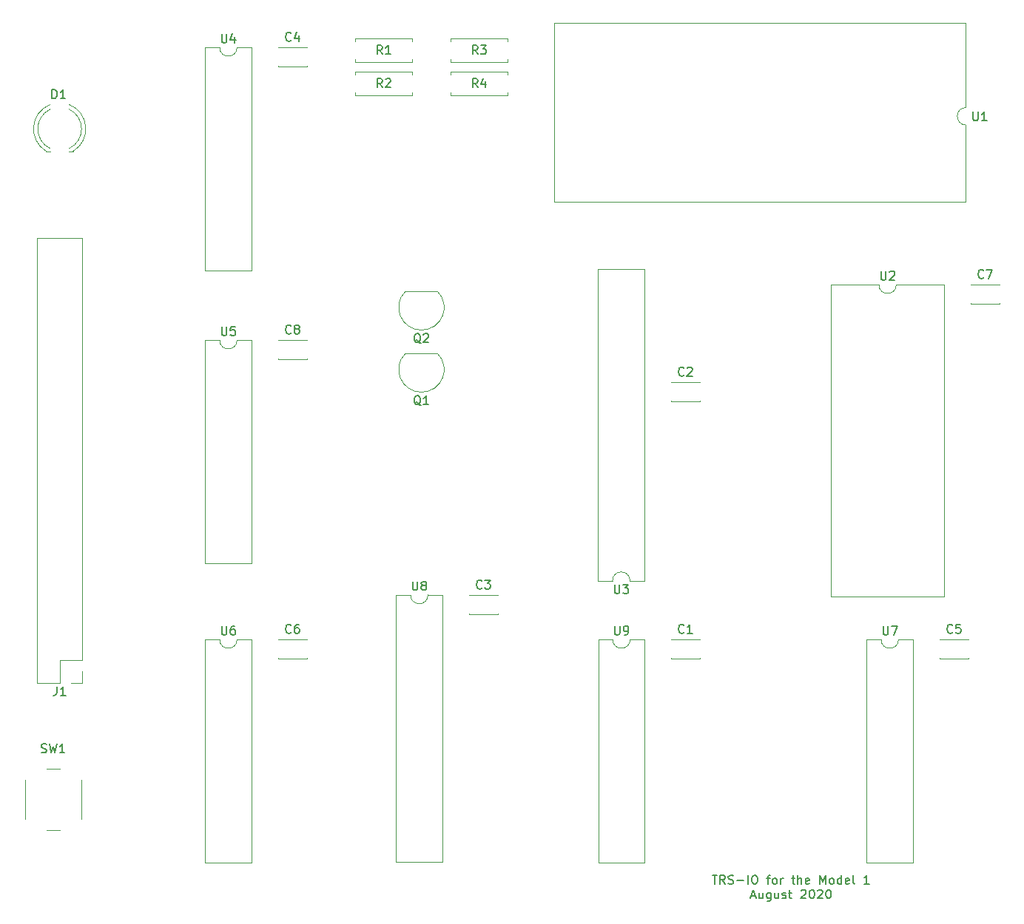
<source format=gbr>
%TF.GenerationSoftware,KiCad,Pcbnew,(5.1.6)-1*%
%TF.CreationDate,2020-08-02T22:15:59-07:00*%
%TF.ProjectId,TRS-IO-M1,5452532d-494f-42d4-9d31-2e6b69636164,rev?*%
%TF.SameCoordinates,Original*%
%TF.FileFunction,Legend,Top*%
%TF.FilePolarity,Positive*%
%FSLAX46Y46*%
G04 Gerber Fmt 4.6, Leading zero omitted, Abs format (unit mm)*
G04 Created by KiCad (PCBNEW (5.1.6)-1) date 2020-08-02 22:15:59*
%MOMM*%
%LPD*%
G01*
G04 APERTURE LIST*
%ADD10C,0.150000*%
%ADD11C,0.120000*%
G04 APERTURE END LIST*
D10*
X116071190Y-71652380D02*
X116642619Y-71652380D01*
X116356904Y-72652380D02*
X116356904Y-71652380D01*
X117547380Y-72652380D02*
X117214047Y-72176190D01*
X116975952Y-72652380D02*
X116975952Y-71652380D01*
X117356904Y-71652380D01*
X117452142Y-71700000D01*
X117499761Y-71747619D01*
X117547380Y-71842857D01*
X117547380Y-71985714D01*
X117499761Y-72080952D01*
X117452142Y-72128571D01*
X117356904Y-72176190D01*
X116975952Y-72176190D01*
X117928333Y-72604761D02*
X118071190Y-72652380D01*
X118309285Y-72652380D01*
X118404523Y-72604761D01*
X118452142Y-72557142D01*
X118499761Y-72461904D01*
X118499761Y-72366666D01*
X118452142Y-72271428D01*
X118404523Y-72223809D01*
X118309285Y-72176190D01*
X118118809Y-72128571D01*
X118023571Y-72080952D01*
X117975952Y-72033333D01*
X117928333Y-71938095D01*
X117928333Y-71842857D01*
X117975952Y-71747619D01*
X118023571Y-71700000D01*
X118118809Y-71652380D01*
X118356904Y-71652380D01*
X118499761Y-71700000D01*
X118928333Y-72271428D02*
X119690238Y-72271428D01*
X120166428Y-72652380D02*
X120166428Y-71652380D01*
X120833095Y-71652380D02*
X121023571Y-71652380D01*
X121118809Y-71700000D01*
X121214047Y-71795238D01*
X121261666Y-71985714D01*
X121261666Y-72319047D01*
X121214047Y-72509523D01*
X121118809Y-72604761D01*
X121023571Y-72652380D01*
X120833095Y-72652380D01*
X120737857Y-72604761D01*
X120642619Y-72509523D01*
X120594999Y-72319047D01*
X120594999Y-71985714D01*
X120642619Y-71795238D01*
X120737857Y-71700000D01*
X120833095Y-71652380D01*
X122309285Y-71985714D02*
X122690238Y-71985714D01*
X122452142Y-72652380D02*
X122452142Y-71795238D01*
X122499761Y-71700000D01*
X122594999Y-71652380D01*
X122690238Y-71652380D01*
X123166428Y-72652380D02*
X123071190Y-72604761D01*
X123023571Y-72557142D01*
X122975952Y-72461904D01*
X122975952Y-72176190D01*
X123023571Y-72080952D01*
X123071190Y-72033333D01*
X123166428Y-71985714D01*
X123309285Y-71985714D01*
X123404523Y-72033333D01*
X123452142Y-72080952D01*
X123499761Y-72176190D01*
X123499761Y-72461904D01*
X123452142Y-72557142D01*
X123404523Y-72604761D01*
X123309285Y-72652380D01*
X123166428Y-72652380D01*
X123928333Y-72652380D02*
X123928333Y-71985714D01*
X123928333Y-72176190D02*
X123975952Y-72080952D01*
X124023571Y-72033333D01*
X124118809Y-71985714D01*
X124214047Y-71985714D01*
X125166428Y-71985714D02*
X125547380Y-71985714D01*
X125309285Y-71652380D02*
X125309285Y-72509523D01*
X125356904Y-72604761D01*
X125452142Y-72652380D01*
X125547380Y-72652380D01*
X125880714Y-72652380D02*
X125880714Y-71652380D01*
X126309285Y-72652380D02*
X126309285Y-72128571D01*
X126261666Y-72033333D01*
X126166428Y-71985714D01*
X126023571Y-71985714D01*
X125928333Y-72033333D01*
X125880714Y-72080952D01*
X127166428Y-72604761D02*
X127071190Y-72652380D01*
X126880714Y-72652380D01*
X126785476Y-72604761D01*
X126737857Y-72509523D01*
X126737857Y-72128571D01*
X126785476Y-72033333D01*
X126880714Y-71985714D01*
X127071190Y-71985714D01*
X127166428Y-72033333D01*
X127214047Y-72128571D01*
X127214047Y-72223809D01*
X126737857Y-72319047D01*
X128404523Y-72652380D02*
X128404523Y-71652380D01*
X128737857Y-72366666D01*
X129071190Y-71652380D01*
X129071190Y-72652380D01*
X129690238Y-72652380D02*
X129594999Y-72604761D01*
X129547380Y-72557142D01*
X129499761Y-72461904D01*
X129499761Y-72176190D01*
X129547380Y-72080952D01*
X129594999Y-72033333D01*
X129690238Y-71985714D01*
X129833095Y-71985714D01*
X129928333Y-72033333D01*
X129975952Y-72080952D01*
X130023571Y-72176190D01*
X130023571Y-72461904D01*
X129975952Y-72557142D01*
X129928333Y-72604761D01*
X129833095Y-72652380D01*
X129690238Y-72652380D01*
X130880714Y-72652380D02*
X130880714Y-71652380D01*
X130880714Y-72604761D02*
X130785476Y-72652380D01*
X130594999Y-72652380D01*
X130499761Y-72604761D01*
X130452142Y-72557142D01*
X130404523Y-72461904D01*
X130404523Y-72176190D01*
X130452142Y-72080952D01*
X130499761Y-72033333D01*
X130594999Y-71985714D01*
X130785476Y-71985714D01*
X130880714Y-72033333D01*
X131737857Y-72604761D02*
X131642619Y-72652380D01*
X131452142Y-72652380D01*
X131356904Y-72604761D01*
X131309285Y-72509523D01*
X131309285Y-72128571D01*
X131356904Y-72033333D01*
X131452142Y-71985714D01*
X131642619Y-71985714D01*
X131737857Y-72033333D01*
X131785476Y-72128571D01*
X131785476Y-72223809D01*
X131309285Y-72319047D01*
X132356904Y-72652380D02*
X132261666Y-72604761D01*
X132214047Y-72509523D01*
X132214047Y-71652380D01*
X134023571Y-72652380D02*
X133452142Y-72652380D01*
X133737857Y-72652380D02*
X133737857Y-71652380D01*
X133642619Y-71795238D01*
X133547380Y-71890476D01*
X133452142Y-71938095D01*
X120523571Y-74016666D02*
X120999761Y-74016666D01*
X120428333Y-74302380D02*
X120761666Y-73302380D01*
X121095000Y-74302380D01*
X121856904Y-73635714D02*
X121856904Y-74302380D01*
X121428333Y-73635714D02*
X121428333Y-74159523D01*
X121475952Y-74254761D01*
X121571190Y-74302380D01*
X121714047Y-74302380D01*
X121809285Y-74254761D01*
X121856904Y-74207142D01*
X122761666Y-73635714D02*
X122761666Y-74445238D01*
X122714047Y-74540476D01*
X122666428Y-74588095D01*
X122571190Y-74635714D01*
X122428333Y-74635714D01*
X122333095Y-74588095D01*
X122761666Y-74254761D02*
X122666428Y-74302380D01*
X122475952Y-74302380D01*
X122380714Y-74254761D01*
X122333095Y-74207142D01*
X122285476Y-74111904D01*
X122285476Y-73826190D01*
X122333095Y-73730952D01*
X122380714Y-73683333D01*
X122475952Y-73635714D01*
X122666428Y-73635714D01*
X122761666Y-73683333D01*
X123666428Y-73635714D02*
X123666428Y-74302380D01*
X123237857Y-73635714D02*
X123237857Y-74159523D01*
X123285476Y-74254761D01*
X123380714Y-74302380D01*
X123523571Y-74302380D01*
X123618809Y-74254761D01*
X123666428Y-74207142D01*
X124095000Y-74254761D02*
X124190238Y-74302380D01*
X124380714Y-74302380D01*
X124475952Y-74254761D01*
X124523571Y-74159523D01*
X124523571Y-74111904D01*
X124475952Y-74016666D01*
X124380714Y-73969047D01*
X124237857Y-73969047D01*
X124142619Y-73921428D01*
X124095000Y-73826190D01*
X124095000Y-73778571D01*
X124142619Y-73683333D01*
X124237857Y-73635714D01*
X124380714Y-73635714D01*
X124475952Y-73683333D01*
X124809285Y-73635714D02*
X125190238Y-73635714D01*
X124952142Y-73302380D02*
X124952142Y-74159523D01*
X124999761Y-74254761D01*
X125095000Y-74302380D01*
X125190238Y-74302380D01*
X126237857Y-73397619D02*
X126285476Y-73350000D01*
X126380714Y-73302380D01*
X126618809Y-73302380D01*
X126714047Y-73350000D01*
X126761666Y-73397619D01*
X126809285Y-73492857D01*
X126809285Y-73588095D01*
X126761666Y-73730952D01*
X126190238Y-74302380D01*
X126809285Y-74302380D01*
X127428333Y-73302380D02*
X127523571Y-73302380D01*
X127618809Y-73350000D01*
X127666428Y-73397619D01*
X127714047Y-73492857D01*
X127761666Y-73683333D01*
X127761666Y-73921428D01*
X127714047Y-74111904D01*
X127666428Y-74207142D01*
X127618809Y-74254761D01*
X127523571Y-74302380D01*
X127428333Y-74302380D01*
X127333095Y-74254761D01*
X127285476Y-74207142D01*
X127237857Y-74111904D01*
X127190238Y-73921428D01*
X127190238Y-73683333D01*
X127237857Y-73492857D01*
X127285476Y-73397619D01*
X127333095Y-73350000D01*
X127428333Y-73302380D01*
X128142619Y-73397619D02*
X128190238Y-73350000D01*
X128285476Y-73302380D01*
X128523571Y-73302380D01*
X128618809Y-73350000D01*
X128666428Y-73397619D01*
X128714047Y-73492857D01*
X128714047Y-73588095D01*
X128666428Y-73730952D01*
X128095000Y-74302380D01*
X128714047Y-74302380D01*
X129333095Y-73302380D02*
X129428333Y-73302380D01*
X129523571Y-73350000D01*
X129571190Y-73397619D01*
X129618809Y-73492857D01*
X129666428Y-73683333D01*
X129666428Y-73921428D01*
X129618809Y-74111904D01*
X129571190Y-74207142D01*
X129523571Y-74254761D01*
X129428333Y-74302380D01*
X129333095Y-74302380D01*
X129237857Y-74254761D01*
X129190238Y-74207142D01*
X129142619Y-74111904D01*
X129095000Y-73921428D01*
X129095000Y-73683333D01*
X129142619Y-73492857D01*
X129190238Y-73397619D01*
X129237857Y-73350000D01*
X129333095Y-73302380D01*
D11*
%TO.C,SW1*%
X37426000Y-60690000D02*
X37426000Y-65190000D01*
X41426000Y-59440000D02*
X39926000Y-59440000D01*
X43926000Y-65190000D02*
X43926000Y-60690000D01*
X39926000Y-66440000D02*
X41426000Y-66440000D01*
%TO.C,R4*%
X86138000Y20090000D02*
X86138000Y20420000D01*
X86138000Y20420000D02*
X92678000Y20420000D01*
X92678000Y20420000D02*
X92678000Y20090000D01*
X86138000Y18010000D02*
X86138000Y17680000D01*
X86138000Y17680000D02*
X92678000Y17680000D01*
X92678000Y17680000D02*
X92678000Y18010000D01*
%TO.C,R3*%
X92678000Y21820000D02*
X92678000Y21490000D01*
X92678000Y21490000D02*
X86138000Y21490000D01*
X86138000Y21490000D02*
X86138000Y21820000D01*
X92678000Y23900000D02*
X92678000Y24230000D01*
X92678000Y24230000D02*
X86138000Y24230000D01*
X86138000Y24230000D02*
X86138000Y23900000D01*
%TO.C,R2*%
X81756000Y18010000D02*
X81756000Y17680000D01*
X81756000Y17680000D02*
X75216000Y17680000D01*
X75216000Y17680000D02*
X75216000Y18010000D01*
X81756000Y20090000D02*
X81756000Y20420000D01*
X81756000Y20420000D02*
X75216000Y20420000D01*
X75216000Y20420000D02*
X75216000Y20090000D01*
%TO.C,R1*%
X81756000Y21820000D02*
X81756000Y21490000D01*
X81756000Y21490000D02*
X75216000Y21490000D01*
X75216000Y21490000D02*
X75216000Y21820000D01*
X81756000Y23900000D02*
X81756000Y24230000D01*
X81756000Y24230000D02*
X75216000Y24230000D01*
X75216000Y24230000D02*
X75216000Y23900000D01*
%TO.C,D1*%
X42482429Y16097479D02*
G75*
G02*
X42482000Y11588316I-1080429J-2254479D01*
G01*
X40321571Y16097479D02*
G75*
G03*
X40322000Y11588316I1080429J-2254479D01*
G01*
X42482827Y16630815D02*
G75*
G02*
X42946830Y11283000I-1080827J-2787815D01*
G01*
X40321173Y16630815D02*
G75*
G03*
X39857170Y11283000I1080827J-2787815D01*
G01*
X39857000Y11283000D02*
X40322000Y11283000D01*
X42482000Y11283000D02*
X42947000Y11283000D01*
%TO.C,U8*%
X81550000Y-39544000D02*
X79900000Y-39544000D01*
X79900000Y-39544000D02*
X79900000Y-70144000D01*
X79900000Y-70144000D02*
X85200000Y-70144000D01*
X85200000Y-70144000D02*
X85200000Y-39544000D01*
X85200000Y-39544000D02*
X83550000Y-39544000D01*
X83550000Y-39544000D02*
G75*
G02*
X81550000Y-39544000I-1000000J0D01*
G01*
%TO.C,Q2*%
X84604000Y-4754000D02*
X81004000Y-4754000D01*
X80965522Y-4765522D02*
G75*
G03*
X82804000Y-9204000I1838478J-1838478D01*
G01*
X84642478Y-4765522D02*
G75*
G02*
X82804000Y-9204000I-1838478J-1838478D01*
G01*
%TO.C,J1*%
X44002000Y-49590000D02*
X42672000Y-49590000D01*
X44002000Y-48260000D02*
X44002000Y-49590000D01*
X41402000Y-49590000D02*
X38802000Y-49590000D01*
X41402000Y-46990000D02*
X41402000Y-49590000D01*
X44002000Y-46990000D02*
X41402000Y-46990000D01*
X38802000Y-49590000D02*
X38802000Y1330000D01*
X44002000Y-46990000D02*
X44002000Y1330000D01*
X44002000Y1330000D02*
X38802000Y1330000D01*
%TO.C,C1*%
X114630000Y-46775000D02*
X114630000Y-46840000D01*
X114630000Y-44600000D02*
X114630000Y-44665000D01*
X111390000Y-46775000D02*
X111390000Y-46840000D01*
X111390000Y-44600000D02*
X111390000Y-44665000D01*
X111390000Y-46840000D02*
X114630000Y-46840000D01*
X111390000Y-44600000D02*
X114630000Y-44600000D01*
%TO.C,C2*%
X111390000Y-15136000D02*
X114630000Y-15136000D01*
X111390000Y-17376000D02*
X114630000Y-17376000D01*
X111390000Y-15136000D02*
X111390000Y-15201000D01*
X111390000Y-17311000D02*
X111390000Y-17376000D01*
X114630000Y-15136000D02*
X114630000Y-15201000D01*
X114630000Y-17311000D02*
X114630000Y-17376000D01*
%TO.C,C3*%
X91516000Y-41695000D02*
X91516000Y-41760000D01*
X91516000Y-39520000D02*
X91516000Y-39585000D01*
X88276000Y-41695000D02*
X88276000Y-41760000D01*
X88276000Y-39520000D02*
X88276000Y-39585000D01*
X88276000Y-41760000D02*
X91516000Y-41760000D01*
X88276000Y-39520000D02*
X91516000Y-39520000D01*
%TO.C,C4*%
X66432000Y23218000D02*
X69672000Y23218000D01*
X66432000Y20978000D02*
X69672000Y20978000D01*
X66432000Y23218000D02*
X66432000Y23153000D01*
X66432000Y21043000D02*
X66432000Y20978000D01*
X69672000Y23218000D02*
X69672000Y23153000D01*
X69672000Y21043000D02*
X69672000Y20978000D01*
%TO.C,C5*%
X145364000Y-46775000D02*
X145364000Y-46840000D01*
X145364000Y-44600000D02*
X145364000Y-44665000D01*
X142124000Y-46775000D02*
X142124000Y-46840000D01*
X142124000Y-44600000D02*
X142124000Y-44665000D01*
X142124000Y-46840000D02*
X145364000Y-46840000D01*
X142124000Y-44600000D02*
X145364000Y-44600000D01*
%TO.C,C6*%
X66432000Y-44600000D02*
X69672000Y-44600000D01*
X66432000Y-46840000D02*
X69672000Y-46840000D01*
X66432000Y-44600000D02*
X66432000Y-44665000D01*
X66432000Y-46775000D02*
X66432000Y-46840000D01*
X69672000Y-44600000D02*
X69672000Y-44665000D01*
X69672000Y-46775000D02*
X69672000Y-46840000D01*
%TO.C,C7*%
X148920000Y-6135000D02*
X148920000Y-6200000D01*
X148920000Y-3960000D02*
X148920000Y-4025000D01*
X145680000Y-6135000D02*
X145680000Y-6200000D01*
X145680000Y-3960000D02*
X145680000Y-4025000D01*
X145680000Y-6200000D02*
X148920000Y-6200000D01*
X145680000Y-3960000D02*
X148920000Y-3960000D01*
%TO.C,C8*%
X66432000Y-10310000D02*
X69672000Y-10310000D01*
X66432000Y-12550000D02*
X69672000Y-12550000D01*
X66432000Y-10310000D02*
X66432000Y-10375000D01*
X66432000Y-12485000D02*
X66432000Y-12550000D01*
X69672000Y-10310000D02*
X69672000Y-10375000D01*
X69672000Y-12485000D02*
X69672000Y-12550000D01*
%TO.C,Q1*%
X84604000Y-11866000D02*
X81004000Y-11866000D01*
X84642478Y-11877522D02*
G75*
G02*
X82804000Y-16316000I-1838478J-1838478D01*
G01*
X80965522Y-11877522D02*
G75*
G03*
X82804000Y-16316000I1838478J-1838478D01*
G01*
%TO.C,U1*%
X145094000Y16290800D02*
X145094000Y26018000D01*
X145081500Y26018000D02*
X98101500Y26018000D01*
X97984000Y26018000D02*
X97984000Y5452600D01*
X98101500Y5452600D02*
X145081500Y5452600D01*
X145094000Y5452600D02*
X145094000Y14290800D01*
X145119400Y14290800D02*
G75*
G02*
X145119400Y16290800I0J1000000D01*
G01*
%TO.C,U2*%
X135144000Y-4004000D02*
X129684000Y-4004000D01*
X129684000Y-4004000D02*
X129684000Y-39684000D01*
X129684000Y-39684000D02*
X142604000Y-39684000D01*
X142604000Y-39684000D02*
X142604000Y-4004000D01*
X142604000Y-4004000D02*
X137144000Y-4004000D01*
X137144000Y-4004000D02*
G75*
G02*
X135144000Y-4004000I-1000000J0D01*
G01*
%TO.C,U3*%
X106664000Y-37906000D02*
X108314000Y-37906000D01*
X108314000Y-37906000D02*
X108314000Y-2226000D01*
X108314000Y-2226000D02*
X103014000Y-2226000D01*
X103014000Y-2226000D02*
X103014000Y-37906000D01*
X103014000Y-37906000D02*
X104664000Y-37906000D01*
X104664000Y-37906000D02*
G75*
G02*
X106664000Y-37906000I1000000J0D01*
G01*
%TO.C,U4*%
X59706000Y23174000D02*
X58056000Y23174000D01*
X58056000Y23174000D02*
X58056000Y-2346000D01*
X58056000Y-2346000D02*
X63356000Y-2346000D01*
X63356000Y-2346000D02*
X63356000Y23174000D01*
X63356000Y23174000D02*
X61706000Y23174000D01*
X61706000Y23174000D02*
G75*
G02*
X59706000Y23174000I-1000000J0D01*
G01*
%TO.C,U5*%
X59706000Y-10354000D02*
X58056000Y-10354000D01*
X58056000Y-10354000D02*
X58056000Y-35874000D01*
X58056000Y-35874000D02*
X63356000Y-35874000D01*
X63356000Y-35874000D02*
X63356000Y-10354000D01*
X63356000Y-10354000D02*
X61706000Y-10354000D01*
X61706000Y-10354000D02*
G75*
G02*
X59706000Y-10354000I-1000000J0D01*
G01*
%TO.C,U6*%
X59706000Y-44644000D02*
X58056000Y-44644000D01*
X58056000Y-44644000D02*
X58056000Y-70164000D01*
X58056000Y-70164000D02*
X63356000Y-70164000D01*
X63356000Y-70164000D02*
X63356000Y-44644000D01*
X63356000Y-44644000D02*
X61706000Y-44644000D01*
X61706000Y-44644000D02*
G75*
G02*
X59706000Y-44644000I-1000000J0D01*
G01*
%TO.C,U7*%
X139048000Y-44644000D02*
X137398000Y-44644000D01*
X139048000Y-70164000D02*
X139048000Y-44644000D01*
X133748000Y-70164000D02*
X139048000Y-70164000D01*
X133748000Y-44644000D02*
X133748000Y-70164000D01*
X135398000Y-44644000D02*
X133748000Y-44644000D01*
X137398000Y-44644000D02*
G75*
G02*
X135398000Y-44644000I-1000000J0D01*
G01*
%TO.C,U9*%
X108334000Y-44644000D02*
X106684000Y-44644000D01*
X108334000Y-70164000D02*
X108334000Y-44644000D01*
X103034000Y-70164000D02*
X108334000Y-70164000D01*
X103034000Y-44644000D02*
X103034000Y-70164000D01*
X104684000Y-44644000D02*
X103034000Y-44644000D01*
X106684000Y-44644000D02*
G75*
G02*
X104684000Y-44644000I-1000000J0D01*
G01*
%TO.C,SW1*%
D10*
X39306666Y-57554761D02*
X39449523Y-57602380D01*
X39687619Y-57602380D01*
X39782857Y-57554761D01*
X39830476Y-57507142D01*
X39878095Y-57411904D01*
X39878095Y-57316666D01*
X39830476Y-57221428D01*
X39782857Y-57173809D01*
X39687619Y-57126190D01*
X39497142Y-57078571D01*
X39401904Y-57030952D01*
X39354285Y-56983333D01*
X39306666Y-56888095D01*
X39306666Y-56792857D01*
X39354285Y-56697619D01*
X39401904Y-56650000D01*
X39497142Y-56602380D01*
X39735238Y-56602380D01*
X39878095Y-56650000D01*
X40211428Y-56602380D02*
X40449523Y-57602380D01*
X40640000Y-56888095D01*
X40830476Y-57602380D01*
X41068571Y-56602380D01*
X41973333Y-57602380D02*
X41401904Y-57602380D01*
X41687619Y-57602380D02*
X41687619Y-56602380D01*
X41592380Y-56745238D01*
X41497142Y-56840476D01*
X41401904Y-56888095D01*
%TO.C,R4*%
X89241333Y18597619D02*
X88908000Y19073809D01*
X88669904Y18597619D02*
X88669904Y19597619D01*
X89050857Y19597619D01*
X89146095Y19550000D01*
X89193714Y19502380D01*
X89241333Y19407142D01*
X89241333Y19264285D01*
X89193714Y19169047D01*
X89146095Y19121428D01*
X89050857Y19073809D01*
X88669904Y19073809D01*
X90098476Y19264285D02*
X90098476Y18597619D01*
X89860380Y19645238D02*
X89622285Y18930952D01*
X90241333Y18930952D01*
%TO.C,R3*%
X89241333Y22407619D02*
X88908000Y22883809D01*
X88669904Y22407619D02*
X88669904Y23407619D01*
X89050857Y23407619D01*
X89146095Y23360000D01*
X89193714Y23312380D01*
X89241333Y23217142D01*
X89241333Y23074285D01*
X89193714Y22979047D01*
X89146095Y22931428D01*
X89050857Y22883809D01*
X88669904Y22883809D01*
X89574666Y23407619D02*
X90193714Y23407619D01*
X89860380Y23026666D01*
X90003238Y23026666D01*
X90098476Y22979047D01*
X90146095Y22931428D01*
X90193714Y22836190D01*
X90193714Y22598095D01*
X90146095Y22502857D01*
X90098476Y22455238D01*
X90003238Y22407619D01*
X89717523Y22407619D01*
X89622285Y22455238D01*
X89574666Y22502857D01*
%TO.C,R2*%
X78319333Y18597619D02*
X77986000Y19073809D01*
X77747904Y18597619D02*
X77747904Y19597619D01*
X78128857Y19597619D01*
X78224095Y19550000D01*
X78271714Y19502380D01*
X78319333Y19407142D01*
X78319333Y19264285D01*
X78271714Y19169047D01*
X78224095Y19121428D01*
X78128857Y19073809D01*
X77747904Y19073809D01*
X78700285Y19502380D02*
X78747904Y19550000D01*
X78843142Y19597619D01*
X79081238Y19597619D01*
X79176476Y19550000D01*
X79224095Y19502380D01*
X79271714Y19407142D01*
X79271714Y19311904D01*
X79224095Y19169047D01*
X78652666Y18597619D01*
X79271714Y18597619D01*
%TO.C,R1*%
X78319333Y22407619D02*
X77986000Y22883809D01*
X77747904Y22407619D02*
X77747904Y23407619D01*
X78128857Y23407619D01*
X78224095Y23360000D01*
X78271714Y23312380D01*
X78319333Y23217142D01*
X78319333Y23074285D01*
X78271714Y22979047D01*
X78224095Y22931428D01*
X78128857Y22883809D01*
X77747904Y22883809D01*
X79271714Y22407619D02*
X78700285Y22407619D01*
X78986000Y22407619D02*
X78986000Y23407619D01*
X78890761Y23264761D01*
X78795523Y23169523D01*
X78700285Y23121904D01*
%TO.C,D1*%
X40536904Y17327619D02*
X40536904Y18327619D01*
X40775000Y18327619D01*
X40917857Y18280000D01*
X41013095Y18184761D01*
X41060714Y18089523D01*
X41108333Y17899047D01*
X41108333Y17756190D01*
X41060714Y17565714D01*
X41013095Y17470476D01*
X40917857Y17375238D01*
X40775000Y17327619D01*
X40536904Y17327619D01*
X42060714Y17327619D02*
X41489285Y17327619D01*
X41775000Y17327619D02*
X41775000Y18327619D01*
X41679761Y18184761D01*
X41584523Y18089523D01*
X41489285Y18041904D01*
%TO.C,U8*%
X81788095Y-37996380D02*
X81788095Y-38805904D01*
X81835714Y-38901142D01*
X81883333Y-38948761D01*
X81978571Y-38996380D01*
X82169047Y-38996380D01*
X82264285Y-38948761D01*
X82311904Y-38901142D01*
X82359523Y-38805904D01*
X82359523Y-37996380D01*
X82978571Y-38424952D02*
X82883333Y-38377333D01*
X82835714Y-38329714D01*
X82788095Y-38234476D01*
X82788095Y-38186857D01*
X82835714Y-38091619D01*
X82883333Y-38044000D01*
X82978571Y-37996380D01*
X83169047Y-37996380D01*
X83264285Y-38044000D01*
X83311904Y-38091619D01*
X83359523Y-38186857D01*
X83359523Y-38234476D01*
X83311904Y-38329714D01*
X83264285Y-38377333D01*
X83169047Y-38424952D01*
X82978571Y-38424952D01*
X82883333Y-38472571D01*
X82835714Y-38520190D01*
X82788095Y-38615428D01*
X82788095Y-38805904D01*
X82835714Y-38901142D01*
X82883333Y-38948761D01*
X82978571Y-38996380D01*
X83169047Y-38996380D01*
X83264285Y-38948761D01*
X83311904Y-38901142D01*
X83359523Y-38805904D01*
X83359523Y-38615428D01*
X83311904Y-38520190D01*
X83264285Y-38472571D01*
X83169047Y-38424952D01*
%TO.C,Q2*%
X82708761Y-10711619D02*
X82613523Y-10664000D01*
X82518285Y-10568761D01*
X82375428Y-10425904D01*
X82280190Y-10378285D01*
X82184952Y-10378285D01*
X82232571Y-10616380D02*
X82137333Y-10568761D01*
X82042095Y-10473523D01*
X81994476Y-10283047D01*
X81994476Y-9949714D01*
X82042095Y-9759238D01*
X82137333Y-9664000D01*
X82232571Y-9616380D01*
X82423047Y-9616380D01*
X82518285Y-9664000D01*
X82613523Y-9759238D01*
X82661142Y-9949714D01*
X82661142Y-10283047D01*
X82613523Y-10473523D01*
X82518285Y-10568761D01*
X82423047Y-10616380D01*
X82232571Y-10616380D01*
X83042095Y-9711619D02*
X83089714Y-9664000D01*
X83184952Y-9616380D01*
X83423047Y-9616380D01*
X83518285Y-9664000D01*
X83565904Y-9711619D01*
X83613523Y-9806857D01*
X83613523Y-9902095D01*
X83565904Y-10044952D01*
X82994476Y-10616380D01*
X83613523Y-10616380D01*
%TO.C,J1*%
X41068666Y-50042380D02*
X41068666Y-50756666D01*
X41021047Y-50899523D01*
X40925809Y-50994761D01*
X40782952Y-51042380D01*
X40687714Y-51042380D01*
X42068666Y-51042380D02*
X41497238Y-51042380D01*
X41782952Y-51042380D02*
X41782952Y-50042380D01*
X41687714Y-50185238D01*
X41592476Y-50280476D01*
X41497238Y-50328095D01*
%TO.C,C1*%
X112843333Y-43827142D02*
X112795714Y-43874761D01*
X112652857Y-43922380D01*
X112557619Y-43922380D01*
X112414761Y-43874761D01*
X112319523Y-43779523D01*
X112271904Y-43684285D01*
X112224285Y-43493809D01*
X112224285Y-43350952D01*
X112271904Y-43160476D01*
X112319523Y-43065238D01*
X112414761Y-42970000D01*
X112557619Y-42922380D01*
X112652857Y-42922380D01*
X112795714Y-42970000D01*
X112843333Y-43017619D01*
X113795714Y-43922380D02*
X113224285Y-43922380D01*
X113510000Y-43922380D02*
X113510000Y-42922380D01*
X113414761Y-43065238D01*
X113319523Y-43160476D01*
X113224285Y-43208095D01*
%TO.C,C2*%
X112843333Y-14363142D02*
X112795714Y-14410761D01*
X112652857Y-14458380D01*
X112557619Y-14458380D01*
X112414761Y-14410761D01*
X112319523Y-14315523D01*
X112271904Y-14220285D01*
X112224285Y-14029809D01*
X112224285Y-13886952D01*
X112271904Y-13696476D01*
X112319523Y-13601238D01*
X112414761Y-13506000D01*
X112557619Y-13458380D01*
X112652857Y-13458380D01*
X112795714Y-13506000D01*
X112843333Y-13553619D01*
X113224285Y-13553619D02*
X113271904Y-13506000D01*
X113367142Y-13458380D01*
X113605238Y-13458380D01*
X113700476Y-13506000D01*
X113748095Y-13553619D01*
X113795714Y-13648857D01*
X113795714Y-13744095D01*
X113748095Y-13886952D01*
X113176666Y-14458380D01*
X113795714Y-14458380D01*
%TO.C,C3*%
X89729333Y-38747142D02*
X89681714Y-38794761D01*
X89538857Y-38842380D01*
X89443619Y-38842380D01*
X89300761Y-38794761D01*
X89205523Y-38699523D01*
X89157904Y-38604285D01*
X89110285Y-38413809D01*
X89110285Y-38270952D01*
X89157904Y-38080476D01*
X89205523Y-37985238D01*
X89300761Y-37890000D01*
X89443619Y-37842380D01*
X89538857Y-37842380D01*
X89681714Y-37890000D01*
X89729333Y-37937619D01*
X90062666Y-37842380D02*
X90681714Y-37842380D01*
X90348380Y-38223333D01*
X90491238Y-38223333D01*
X90586476Y-38270952D01*
X90634095Y-38318571D01*
X90681714Y-38413809D01*
X90681714Y-38651904D01*
X90634095Y-38747142D01*
X90586476Y-38794761D01*
X90491238Y-38842380D01*
X90205523Y-38842380D01*
X90110285Y-38794761D01*
X90062666Y-38747142D01*
%TO.C,C4*%
X67885333Y23990857D02*
X67837714Y23943238D01*
X67694857Y23895619D01*
X67599619Y23895619D01*
X67456761Y23943238D01*
X67361523Y24038476D01*
X67313904Y24133714D01*
X67266285Y24324190D01*
X67266285Y24467047D01*
X67313904Y24657523D01*
X67361523Y24752761D01*
X67456761Y24848000D01*
X67599619Y24895619D01*
X67694857Y24895619D01*
X67837714Y24848000D01*
X67885333Y24800380D01*
X68742476Y24562285D02*
X68742476Y23895619D01*
X68504380Y24943238D02*
X68266285Y24228952D01*
X68885333Y24228952D01*
%TO.C,C5*%
X143577333Y-43827142D02*
X143529714Y-43874761D01*
X143386857Y-43922380D01*
X143291619Y-43922380D01*
X143148761Y-43874761D01*
X143053523Y-43779523D01*
X143005904Y-43684285D01*
X142958285Y-43493809D01*
X142958285Y-43350952D01*
X143005904Y-43160476D01*
X143053523Y-43065238D01*
X143148761Y-42970000D01*
X143291619Y-42922380D01*
X143386857Y-42922380D01*
X143529714Y-42970000D01*
X143577333Y-43017619D01*
X144482095Y-42922380D02*
X144005904Y-42922380D01*
X143958285Y-43398571D01*
X144005904Y-43350952D01*
X144101142Y-43303333D01*
X144339238Y-43303333D01*
X144434476Y-43350952D01*
X144482095Y-43398571D01*
X144529714Y-43493809D01*
X144529714Y-43731904D01*
X144482095Y-43827142D01*
X144434476Y-43874761D01*
X144339238Y-43922380D01*
X144101142Y-43922380D01*
X144005904Y-43874761D01*
X143958285Y-43827142D01*
%TO.C,C6*%
X67885333Y-43827142D02*
X67837714Y-43874761D01*
X67694857Y-43922380D01*
X67599619Y-43922380D01*
X67456761Y-43874761D01*
X67361523Y-43779523D01*
X67313904Y-43684285D01*
X67266285Y-43493809D01*
X67266285Y-43350952D01*
X67313904Y-43160476D01*
X67361523Y-43065238D01*
X67456761Y-42970000D01*
X67599619Y-42922380D01*
X67694857Y-42922380D01*
X67837714Y-42970000D01*
X67885333Y-43017619D01*
X68742476Y-42922380D02*
X68552000Y-42922380D01*
X68456761Y-42970000D01*
X68409142Y-43017619D01*
X68313904Y-43160476D01*
X68266285Y-43350952D01*
X68266285Y-43731904D01*
X68313904Y-43827142D01*
X68361523Y-43874761D01*
X68456761Y-43922380D01*
X68647238Y-43922380D01*
X68742476Y-43874761D01*
X68790095Y-43827142D01*
X68837714Y-43731904D01*
X68837714Y-43493809D01*
X68790095Y-43398571D01*
X68742476Y-43350952D01*
X68647238Y-43303333D01*
X68456761Y-43303333D01*
X68361523Y-43350952D01*
X68313904Y-43398571D01*
X68266285Y-43493809D01*
%TO.C,C7*%
X147133333Y-3187142D02*
X147085714Y-3234761D01*
X146942857Y-3282380D01*
X146847619Y-3282380D01*
X146704761Y-3234761D01*
X146609523Y-3139523D01*
X146561904Y-3044285D01*
X146514285Y-2853809D01*
X146514285Y-2710952D01*
X146561904Y-2520476D01*
X146609523Y-2425238D01*
X146704761Y-2330000D01*
X146847619Y-2282380D01*
X146942857Y-2282380D01*
X147085714Y-2330000D01*
X147133333Y-2377619D01*
X147466666Y-2282380D02*
X148133333Y-2282380D01*
X147704761Y-3282380D01*
%TO.C,C8*%
X67885333Y-9537142D02*
X67837714Y-9584761D01*
X67694857Y-9632380D01*
X67599619Y-9632380D01*
X67456761Y-9584761D01*
X67361523Y-9489523D01*
X67313904Y-9394285D01*
X67266285Y-9203809D01*
X67266285Y-9060952D01*
X67313904Y-8870476D01*
X67361523Y-8775238D01*
X67456761Y-8680000D01*
X67599619Y-8632380D01*
X67694857Y-8632380D01*
X67837714Y-8680000D01*
X67885333Y-8727619D01*
X68456761Y-9060952D02*
X68361523Y-9013333D01*
X68313904Y-8965714D01*
X68266285Y-8870476D01*
X68266285Y-8822857D01*
X68313904Y-8727619D01*
X68361523Y-8680000D01*
X68456761Y-8632380D01*
X68647238Y-8632380D01*
X68742476Y-8680000D01*
X68790095Y-8727619D01*
X68837714Y-8822857D01*
X68837714Y-8870476D01*
X68790095Y-8965714D01*
X68742476Y-9013333D01*
X68647238Y-9060952D01*
X68456761Y-9060952D01*
X68361523Y-9108571D01*
X68313904Y-9156190D01*
X68266285Y-9251428D01*
X68266285Y-9441904D01*
X68313904Y-9537142D01*
X68361523Y-9584761D01*
X68456761Y-9632380D01*
X68647238Y-9632380D01*
X68742476Y-9584761D01*
X68790095Y-9537142D01*
X68837714Y-9441904D01*
X68837714Y-9251428D01*
X68790095Y-9156190D01*
X68742476Y-9108571D01*
X68647238Y-9060952D01*
%TO.C,Q1*%
X82708761Y-17823619D02*
X82613523Y-17776000D01*
X82518285Y-17680761D01*
X82375428Y-17537904D01*
X82280190Y-17490285D01*
X82184952Y-17490285D01*
X82232571Y-17728380D02*
X82137333Y-17680761D01*
X82042095Y-17585523D01*
X81994476Y-17395047D01*
X81994476Y-17061714D01*
X82042095Y-16871238D01*
X82137333Y-16776000D01*
X82232571Y-16728380D01*
X82423047Y-16728380D01*
X82518285Y-16776000D01*
X82613523Y-16871238D01*
X82661142Y-17061714D01*
X82661142Y-17395047D01*
X82613523Y-17585523D01*
X82518285Y-17680761D01*
X82423047Y-17728380D01*
X82232571Y-17728380D01*
X83613523Y-17728380D02*
X83042095Y-17728380D01*
X83327809Y-17728380D02*
X83327809Y-16728380D01*
X83232571Y-16871238D01*
X83137333Y-16966476D01*
X83042095Y-17014095D01*
%TO.C,U1*%
X145923095Y15787619D02*
X145923095Y14978095D01*
X145970714Y14882857D01*
X146018333Y14835238D01*
X146113571Y14787619D01*
X146304047Y14787619D01*
X146399285Y14835238D01*
X146446904Y14882857D01*
X146494523Y14978095D01*
X146494523Y15787619D01*
X147494523Y14787619D02*
X146923095Y14787619D01*
X147208809Y14787619D02*
X147208809Y15787619D01*
X147113571Y15644761D01*
X147018333Y15549523D01*
X146923095Y15501904D01*
%TO.C,U2*%
X135382095Y-2456380D02*
X135382095Y-3265904D01*
X135429714Y-3361142D01*
X135477333Y-3408761D01*
X135572571Y-3456380D01*
X135763047Y-3456380D01*
X135858285Y-3408761D01*
X135905904Y-3361142D01*
X135953523Y-3265904D01*
X135953523Y-2456380D01*
X136382095Y-2551619D02*
X136429714Y-2504000D01*
X136524952Y-2456380D01*
X136763047Y-2456380D01*
X136858285Y-2504000D01*
X136905904Y-2551619D01*
X136953523Y-2646857D01*
X136953523Y-2742095D01*
X136905904Y-2884952D01*
X136334476Y-3456380D01*
X136953523Y-3456380D01*
%TO.C,U3*%
X104902095Y-38358380D02*
X104902095Y-39167904D01*
X104949714Y-39263142D01*
X104997333Y-39310761D01*
X105092571Y-39358380D01*
X105283047Y-39358380D01*
X105378285Y-39310761D01*
X105425904Y-39263142D01*
X105473523Y-39167904D01*
X105473523Y-38358380D01*
X105854476Y-38358380D02*
X106473523Y-38358380D01*
X106140190Y-38739333D01*
X106283047Y-38739333D01*
X106378285Y-38786952D01*
X106425904Y-38834571D01*
X106473523Y-38929809D01*
X106473523Y-39167904D01*
X106425904Y-39263142D01*
X106378285Y-39310761D01*
X106283047Y-39358380D01*
X105997333Y-39358380D01*
X105902095Y-39310761D01*
X105854476Y-39263142D01*
%TO.C,U4*%
X59944095Y24721619D02*
X59944095Y23912095D01*
X59991714Y23816857D01*
X60039333Y23769238D01*
X60134571Y23721619D01*
X60325047Y23721619D01*
X60420285Y23769238D01*
X60467904Y23816857D01*
X60515523Y23912095D01*
X60515523Y24721619D01*
X61420285Y24388285D02*
X61420285Y23721619D01*
X61182190Y24769238D02*
X60944095Y24054952D01*
X61563142Y24054952D01*
%TO.C,U5*%
X59944095Y-8806380D02*
X59944095Y-9615904D01*
X59991714Y-9711142D01*
X60039333Y-9758761D01*
X60134571Y-9806380D01*
X60325047Y-9806380D01*
X60420285Y-9758761D01*
X60467904Y-9711142D01*
X60515523Y-9615904D01*
X60515523Y-8806380D01*
X61467904Y-8806380D02*
X60991714Y-8806380D01*
X60944095Y-9282571D01*
X60991714Y-9234952D01*
X61086952Y-9187333D01*
X61325047Y-9187333D01*
X61420285Y-9234952D01*
X61467904Y-9282571D01*
X61515523Y-9377809D01*
X61515523Y-9615904D01*
X61467904Y-9711142D01*
X61420285Y-9758761D01*
X61325047Y-9806380D01*
X61086952Y-9806380D01*
X60991714Y-9758761D01*
X60944095Y-9711142D01*
%TO.C,U6*%
X59944095Y-43096380D02*
X59944095Y-43905904D01*
X59991714Y-44001142D01*
X60039333Y-44048761D01*
X60134571Y-44096380D01*
X60325047Y-44096380D01*
X60420285Y-44048761D01*
X60467904Y-44001142D01*
X60515523Y-43905904D01*
X60515523Y-43096380D01*
X61420285Y-43096380D02*
X61229809Y-43096380D01*
X61134571Y-43144000D01*
X61086952Y-43191619D01*
X60991714Y-43334476D01*
X60944095Y-43524952D01*
X60944095Y-43905904D01*
X60991714Y-44001142D01*
X61039333Y-44048761D01*
X61134571Y-44096380D01*
X61325047Y-44096380D01*
X61420285Y-44048761D01*
X61467904Y-44001142D01*
X61515523Y-43905904D01*
X61515523Y-43667809D01*
X61467904Y-43572571D01*
X61420285Y-43524952D01*
X61325047Y-43477333D01*
X61134571Y-43477333D01*
X61039333Y-43524952D01*
X60991714Y-43572571D01*
X60944095Y-43667809D01*
%TO.C,U7*%
X135636095Y-43096380D02*
X135636095Y-43905904D01*
X135683714Y-44001142D01*
X135731333Y-44048761D01*
X135826571Y-44096380D01*
X136017047Y-44096380D01*
X136112285Y-44048761D01*
X136159904Y-44001142D01*
X136207523Y-43905904D01*
X136207523Y-43096380D01*
X136588476Y-43096380D02*
X137255142Y-43096380D01*
X136826571Y-44096380D01*
%TO.C,U9*%
X104922095Y-43096380D02*
X104922095Y-43905904D01*
X104969714Y-44001142D01*
X105017333Y-44048761D01*
X105112571Y-44096380D01*
X105303047Y-44096380D01*
X105398285Y-44048761D01*
X105445904Y-44001142D01*
X105493523Y-43905904D01*
X105493523Y-43096380D01*
X106017333Y-44096380D02*
X106207809Y-44096380D01*
X106303047Y-44048761D01*
X106350666Y-44001142D01*
X106445904Y-43858285D01*
X106493523Y-43667809D01*
X106493523Y-43286857D01*
X106445904Y-43191619D01*
X106398285Y-43144000D01*
X106303047Y-43096380D01*
X106112571Y-43096380D01*
X106017333Y-43144000D01*
X105969714Y-43191619D01*
X105922095Y-43286857D01*
X105922095Y-43524952D01*
X105969714Y-43620190D01*
X106017333Y-43667809D01*
X106112571Y-43715428D01*
X106303047Y-43715428D01*
X106398285Y-43667809D01*
X106445904Y-43620190D01*
X106493523Y-43524952D01*
%TD*%
M02*

</source>
